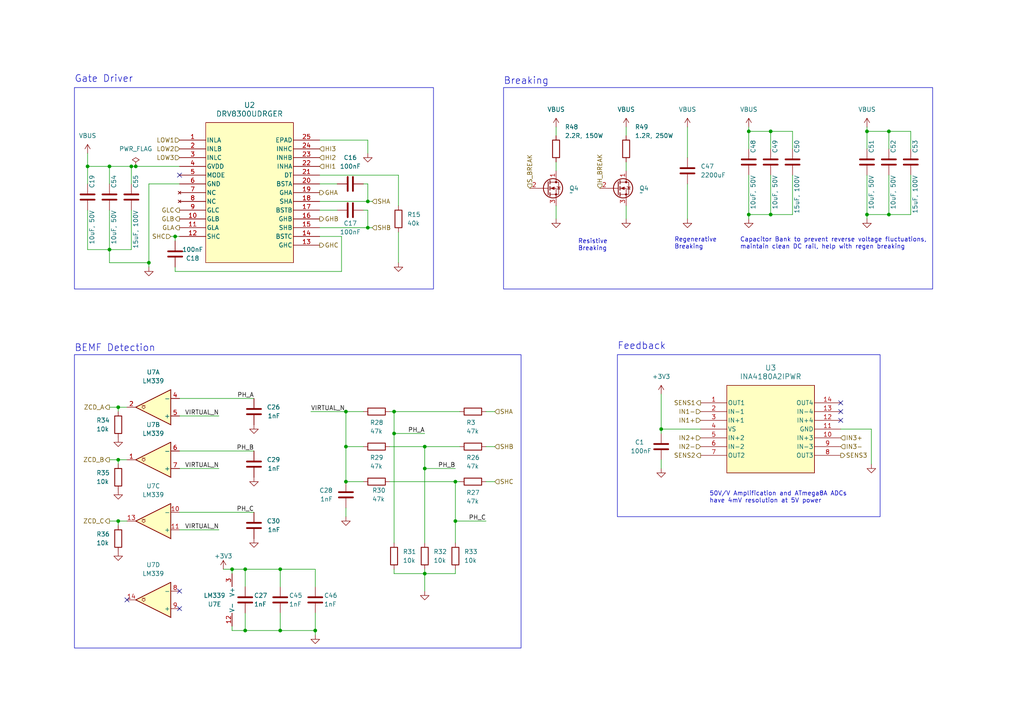
<source format=kicad_sch>
(kicad_sch (version 20230121) (generator eeschema)
  (paper "A4")
  (lib_symbols
    (symbol "Amplifier_Current:INA4180A1IPWR" (pin_names (offset 0.254))
      (property "Reference" "U" (at 20.32 10.16 0))
      (property "Value" "INA4180A1IPWR" (at 20.32 7.62 0))
      (symbol "INA4180A1IPWR_0_1"
        (polyline (pts (xy 7.62 -20.32) (xy 33.02 -20.32)) (stroke (width 0.127)))
        (polyline (pts (xy 7.62 5.08) (xy 7.62 -20.32)) (stroke (width 0.127)))
        (polyline (pts (xy 33.02 -20.32) (xy 33.02 5.08)) (stroke (width 0.127)))
        (polyline (pts (xy 33.02 5.08) (xy 7.62 5.08)) (stroke (width 0.127)))
        (pin output line (at 0 0 0) (length 7.62) (name "OUT1") (number "1"))
        (pin input line (at 40.64 -10.16 180) (length 7.62) (name "IN+3") (number "10"))
        (pin power_in line (at 40.64 -7.62 180) (length 7.62) (name "GND") (number "11"))
        (pin input line (at 40.64 -5.08 180) (length 7.62) (name "IN+4") (number "12"))
        (pin input line (at 40.64 -2.54 180) (length 7.62) (name "IN-4") (number "13"))
        (pin output line (at 40.64 0 180) (length 7.62) (name "OUT4") (number "14"))
        (pin input line (at 0 -2.54 0) (length 7.62) (name "IN-1") (number "2"))
        (pin input line (at 0 -5.08 0) (length 7.62) (name "IN+1") (number "3"))
        (pin power_in line (at 0 -7.62 0) (length 7.62) (name "VS") (number "4"))
        (pin input line (at 0 -10.16 0) (length 7.62) (name "IN+2") (number "5"))
        (pin input line (at 0 -12.7 0) (length 7.62) (name "IN-2") (number "6"))
        (pin output line (at 0 -15.24 0) (length 7.62) (name "OUT2") (number "7"))
        (pin output line (at 40.64 -15.24 180) (length 7.62) (name "OUT3") (number "8"))
        (pin input line (at 40.64 -12.7 180) (length 7.62) (name "IN-3") (number "9"))
      )
      (symbol "INA4180A1IPWR_1_1"
        (rectangle (start 7.62 5.08) (end 33.02 -20.32) (fill (type background)))
      )
    )
    (symbol "Comparator:LM339" (pin_names (offset 0.127))
      (property "Reference" "U" (at 0 5.08 0))
      (property "Value" "LM339" (at 0 -5.08 0))
      (symbol "LM339_1_1"
        (polyline (pts (xy -5.08 5.08) (xy 5.08 0) (xy -5.08 -5.08) (xy -5.08 5.08)) (stroke (width 0.254)) (fill (type background)))
        (polyline (pts (xy 3.302 -0.508) (xy 2.794 -0.508) (xy 3.302 0) (xy 2.794 0.508) (xy 2.286 0) (xy 2.794 -0.508) (xy 2.286 -0.508)) (stroke (width 0.127)))
        (pin open_collector line (at 7.62 0 180) (length 2.54) (name "~") (number "2"))
        (pin input line (at -7.62 -2.54 0) (length 2.54) (name "-") (number "4"))
        (pin input line (at -7.62 2.54 0) (length 2.54) (name "+") (number "5"))
      )
      (symbol "LM339_2_1"
        (polyline (pts (xy -5.08 5.08) (xy 5.08 0) (xy -5.08 -5.08) (xy -5.08 5.08)) (stroke (width 0.254)) (fill (type background)))
        (polyline (pts (xy 3.302 -0.508) (xy 2.794 -0.508) (xy 3.302 0) (xy 2.794 0.508) (xy 2.286 0) (xy 2.794 -0.508) (xy 2.286 -0.508)) (stroke (width 0.127)))
        (pin open_collector line (at 7.62 0 180) (length 2.54) (name "~") (number "1"))
        (pin input line (at -7.62 -2.54 0) (length 2.54) (name "-") (number "6"))
        (pin input line (at -7.62 2.54 0) (length 2.54) (name "+") (number "7"))
      )
      (symbol "LM339_3_1"
        (polyline (pts (xy -5.08 5.08) (xy 5.08 0) (xy -5.08 -5.08) (xy -5.08 5.08)) (stroke (width 0.254)) (fill (type background)))
        (polyline (pts (xy 3.302 -0.508) (xy 2.794 -0.508) (xy 3.302 0) (xy 2.794 0.508) (xy 2.286 0) (xy 2.794 -0.508) (xy 2.286 -0.508)) (stroke (width 0.127)))
        (pin input line (at -7.62 -2.54 0) (length 2.54) (name "-") (number "10"))
        (pin input line (at -7.62 2.54 0) (length 2.54) (name "+") (number "11"))
        (pin open_collector line (at 7.62 0 180) (length 2.54) (name "~") (number "13"))
      )
      (symbol "LM339_4_1"
        (polyline (pts (xy -5.08 5.08) (xy 5.08 0) (xy -5.08 -5.08) (xy -5.08 5.08)) (stroke (width 0.254)) (fill (type background)))
        (polyline (pts (xy 3.302 -0.508) (xy 2.794 -0.508) (xy 3.302 0) (xy 2.794 0.508) (xy 2.286 0) (xy 2.794 -0.508) (xy 2.286 -0.508)) (stroke (width 0.127)))
        (pin open_collector line (at 7.62 0 180) (length 2.54) (name "~") (number "14"))
        (pin input line (at -7.62 -2.54 0) (length 2.54) (name "-") (number "8"))
        (pin input line (at -7.62 2.54 0) (length 2.54) (name "+") (number "9"))
      )
      (symbol "LM339_5_1"
        (pin power_in line (at -2.54 -7.62 90) (length 3.81) (name "V-") (number "12"))
        (pin power_in line (at -2.54 7.62 270) (length 3.81) (name "V+") (number "3"))
      )
    )
    (symbol "Device:C" (pin_numbers hide) (pin_names (offset 0.254))
      (property "Reference" "C" (at 0.635 2.54 0))
      (property "Value" "C" (at 0.635 -2.54 0))
      (symbol "C_0_1"
        (polyline (pts (xy -2.032 -0.762) (xy 2.032 -0.762)) (stroke (width 0.508)))
        (polyline (pts (xy -2.032 0.762) (xy 2.032 0.762)) (stroke (width 0.508)))
      )
      (symbol "C_1_1"
        (pin passive line (at 0 3.81 270) (length 2.794) (name "~") (number "1"))
        (pin passive line (at 0 -3.81 90) (length 2.794) (name "~") (number "2"))
      )
    )
    (symbol "Device:Q_NMOS_DGS" (pin_names (offset 0) hide)
      (property "Reference" "Q" (at 5.08 1.27 0))
      (property "Value" "Q_NMOS_DGS" (at 5.08 -1.27 0))
      (symbol "Q_NMOS_DGS_0_1"
        (polyline (pts (xy 0.254 0) (xy -2.54 0)))
        (polyline (pts (xy 0.254 1.905) (xy 0.254 -1.905)) (stroke (width 0.254)))
        (polyline (pts (xy 0.762 -1.27) (xy 0.762 -2.286)) (stroke (width 0.254)))
        (polyline (pts (xy 0.762 0.508) (xy 0.762 -0.508)) (stroke (width 0.254)))
        (polyline (pts (xy 0.762 2.286) (xy 0.762 1.27)) (stroke (width 0.254)))
        (polyline (pts (xy 2.54 2.54) (xy 2.54 1.778)))
        (polyline (pts (xy 2.54 -2.54) (xy 2.54 0) (xy 0.762 0)))
        (polyline (pts (xy 0.762 -1.778) (xy 3.302 -1.778) (xy 3.302 1.778) (xy 0.762 1.778)))
        (polyline (pts (xy 1.016 0) (xy 2.032 0.381) (xy 2.032 -0.381) (xy 1.016 0)) (fill (type outline)))
        (polyline (pts (xy 2.794 0.508) (xy 2.921 0.381) (xy 3.683 0.381) (xy 3.81 0.254)))
        (polyline (pts (xy 3.302 0.381) (xy 2.921 -0.254) (xy 3.683 -0.254) (xy 3.302 0.381)))
        (circle (center 1.651 0) (radius 2.794) (stroke (width 0.254)))
        (circle (center 2.54 -1.778) (radius 0.254) (fill (type outline)))
        (circle (center 2.54 1.778) (radius 0.254) (fill (type outline)))
      )
      (symbol "Q_NMOS_DGS_1_1"
        (pin passive line (at 2.54 5.08 270) (length 2.54) (name "D") (number "1"))
        (pin input line (at -5.08 0 0) (length 2.54) (name "G") (number "2"))
        (pin passive line (at 2.54 -5.08 90) (length 2.54) (name "S") (number "3"))
      )
    )
    (symbol "Device:R" (pin_numbers hide) (pin_names (offset 0))
      (property "Reference" "R" (at 2.032 0 90))
      (property "Value" "R" (at 0 0 90))
      (symbol "R_0_1"
        (rectangle (start -1.016 -2.54) (end 1.016 2.54) (stroke (width 0.254)))
      )
      (symbol "R_1_1"
        (pin passive line (at 0 3.81 270) (length 1.27) (name "~") (number "1"))
        (pin passive line (at 0 -3.81 90) (length 1.27) (name "~") (number "2"))
      )
    )
    (symbol "Driver_Motor:DRV8300UDRGER" (pin_names (offset 0.254))
      (property "Reference" "U" (at 20.32 10.16 0))
      (property "Value" "DRV8300UDRGER" (at 20.32 7.62 0))
      (symbol "DRV8300UDRGER_0_1"
        (polyline (pts (xy 7.62 -35.56) (xy 33.02 -35.56)) (stroke (width 0.127)))
        (polyline (pts (xy 7.62 5.08) (xy 7.62 -35.56)) (stroke (width 0.127)))
        (polyline (pts (xy 33.02 -35.56) (xy 33.02 5.08)) (stroke (width 0.127)))
        (polyline (pts (xy 33.02 5.08) (xy 7.62 5.08)) (stroke (width 0.127)))
        (pin input line (at 0 0 0) (length 7.62) (name "INLA") (number "1"))
        (pin output line (at 0 -22.86 0) (length 7.62) (name "GLB") (number "10"))
        (pin output line (at 0 -25.4 0) (length 7.62) (name "GLA") (number "11"))
        (pin input line (at 0 -27.94 0) (length 7.62) (name "SHC") (number "12"))
        (pin output line (at 40.64 -30.48 180) (length 7.62) (name "GHC") (number "13"))
        (pin output line (at 40.64 -27.94 180) (length 7.62) (name "BSTC") (number "14"))
        (pin input line (at 40.64 -25.4 180) (length 7.62) (name "SHB") (number "15"))
        (pin output line (at 40.64 -22.86 180) (length 7.62) (name "GHB") (number "16"))
        (pin output line (at 40.64 -20.32 180) (length 7.62) (name "BSTB") (number "17"))
        (pin input line (at 40.64 -17.78 180) (length 7.62) (name "SHA") (number "18"))
        (pin output line (at 40.64 -15.24 180) (length 7.62) (name "GHA") (number "19"))
        (pin input line (at 0 -2.54 0) (length 7.62) (name "INLB") (number "2"))
        (pin output line (at 40.64 -12.7 180) (length 7.62) (name "BSTA") (number "20"))
        (pin input line (at 40.64 -10.16 180) (length 7.62) (name "DT") (number "21"))
        (pin input line (at 40.64 -7.62 180) (length 7.62) (name "INHA") (number "22"))
        (pin input line (at 40.64 -5.08 180) (length 7.62) (name "INHB") (number "23"))
        (pin input line (at 40.64 -2.54 180) (length 7.62) (name "INHC") (number "24"))
        (pin input line (at 0 -5.08 0) (length 7.62) (name "INLC") (number "3"))
        (pin power_in line (at 0 -7.62 0) (length 7.62) (name "GVDD") (number "4"))
        (pin input line (at 0 -10.16 0) (length 7.62) (name "MODE") (number "5"))
        (pin no_connect line (at 0 -15.24 0) (length 7.62) (name "NC") (number "7"))
        (pin no_connect line (at 0 -17.78 0) (length 7.62) (name "NC") (number "8"))
        (pin output line (at 0 -20.32 0) (length 7.62) (name "GLC") (number "9"))
      )
      (symbol "DRV8300UDRGER_1_1"
        (rectangle (start 7.62 5.08) (end 33.02 -35.56) (fill (type background)))
        (pin power_in line (at 40.64 0 180) (length 7.62) (name "EPAD") (number "25"))
        (pin power_in line (at 0 -12.7 0) (length 7.62) (name "GND") (number "6"))
      )
    )
    (symbol "power:+3V3" (power) (pin_names (offset 0))
      (property "Value" "+3V3" (at 0 3.556 0))
      (symbol "+3V3_0_1"
        (polyline (pts (xy -0.762 1.27) (xy 0 2.54)))
        (polyline (pts (xy 0 0) (xy 0 2.54)))
        (polyline (pts (xy 0 2.54) (xy 0.762 1.27)))
      )
      (symbol "+3V3_1_1"
        (pin power_in line (at 0 0 90) (length 0) hide (name "+3V3") (number "1"))
      )
    )
    (symbol "power:GND" (power) (pin_names (offset 0))
      (property "Value" "GND" (at 0 -3.81 0))
      (symbol "GND_0_1"
        (polyline (pts (xy 0 0) (xy 0 -1.27) (xy 1.27 -1.27) (xy 0 -2.54) (xy -1.27 -1.27) (xy 0 -1.27)))
      )
      (symbol "GND_1_1"
        (pin power_in line (at 0 0 270) (length 0) hide (name "GND") (number "1"))
      )
    )
    (symbol "power:PWR_FLAG" (power) (pin_numbers hide) (pin_names (offset 0) hide)
      (property "Value" "PWR_FLAG" (at 0 3.81 0))
      (symbol "PWR_FLAG_0_0"
        (pin power_out line (at 0 0 90) (length 0) (name "pwr") (number "1"))
      )
      (symbol "PWR_FLAG_0_1"
        (polyline (pts (xy 0 0) (xy 0 1.27) (xy -1.016 1.905) (xy 0 2.54) (xy 1.016 1.905) (xy 0 1.27)))
      )
    )
    (symbol "power:VBUS" (power) (pin_names (offset 0))
      (property "Value" "VBUS" (at 0 3.81 0))
      (symbol "VBUS_0_1"
        (polyline (pts (xy -0.762 1.27) (xy 0 2.54)))
        (polyline (pts (xy 0 0) (xy 0 2.54)))
        (polyline (pts (xy 0 2.54) (xy 0.762 1.27)))
      )
      (symbol "VBUS_1_1"
        (pin power_in line (at 0 0 90) (length 0) hide (name "VBUS") (number "1"))
      )
    )
  )
  (junction (at 223.52 38.1))
  (junction (at 251.46 38.1))
  (junction (at 114.3 119.38))
  (junction (at 31.75 48.26))
  (junction (at 257.81 38.1))
  (junction (at 38.1 48.26))
  (junction (at 217.17 62.23))
  (junction (at 91.44 182.88))
  (junction (at 223.52 62.23))
  (junction (at 34.29 133.35))
  (junction (at 100.33 139.7))
  (junction (at 251.46 62.23))
  (junction (at 50.8 68.58))
  (junction (at 34.29 151.13))
  (junction (at 191.77 124.46))
  (junction (at 106.68 58.42))
  (junction (at 25.4 48.26))
  (junction (at 217.17 38.1))
  (junction (at 123.19 166.37))
  (junction (at 132.08 139.7))
  (junction (at 39.37 48.26))
  (junction (at 31.75 72.39))
  (junction (at 71.12 165.1))
  (junction (at 81.28 182.88))
  (junction (at 123.19 129.54))
  (junction (at 106.68 66.04))
  (junction (at 100.33 129.54))
  (junction (at 81.28 165.1))
  (junction (at 67.31 165.1))
  (junction (at 100.33 119.38))
  (junction (at 132.08 151.13))
  (junction (at 257.81 62.23))
  (junction (at 71.12 182.88))
  (junction (at 114.3 125.73))
  (junction (at 43.18 76.2))
  (junction (at 34.29 118.11))
  (junction (at 123.19 135.89))
  (no_connect (at 52.07 50.8))
  (no_connect (at 52.07 171.45))
  (no_connect (at 36.83 173.99))
  (no_connect (at 52.07 176.53))
  (no_connect (at 243.84 116.84))
  (no_connect (at 243.84 119.38))
  (no_connect (at 243.84 121.92))
  (wire (pts (xy 199.39 53.34) (xy 199.39 63.5)))
  (wire (pts (xy 73.66 130.81) (xy 52.07 130.81)))
  (wire (pts (xy 113.03 129.54) (xy 123.19 129.54)))
  (wire (pts (xy 38.1 48.26) (xy 39.37 48.26)))
  (wire (pts (xy 217.17 62.23) (xy 217.17 63.5)))
  (wire (pts (xy 114.3 157.48) (xy 114.3 125.73)))
  (wire (pts (xy 52.07 115.57) (xy 73.66 115.57)))
  (wire (pts (xy 31.75 53.34) (xy 31.75 48.26)))
  (wire (pts (xy 34.29 152.4) (xy 34.29 151.13)))
  (wire (pts (xy 161.29 39.37) (xy 161.29 36.83)))
  (wire (pts (xy 132.08 139.7) (xy 132.08 151.13)))
  (wire (pts (xy 115.57 50.8) (xy 115.57 59.69)))
  (wire (pts (xy 91.44 184.15) (xy 91.44 182.88)))
  (wire (pts (xy 99.06 68.58) (xy 99.06 78.74)))
  (wire (pts (xy 264.16 62.23) (xy 257.81 62.23)))
  (wire (pts (xy 191.77 114.3) (xy 191.77 124.46)))
  (wire (pts (xy 161.29 49.53) (xy 161.29 46.99)))
  (wire (pts (xy 123.19 129.54) (xy 133.35 129.54)))
  (wire (pts (xy 71.12 165.1) (xy 81.28 165.1)))
  (wire (pts (xy 229.87 50.8) (xy 229.87 62.23)))
  (wire (pts (xy 223.52 62.23) (xy 217.17 62.23)))
  (wire (pts (xy 31.75 72.39) (xy 31.75 76.2)))
  (wire (pts (xy 71.12 165.1) (xy 67.31 165.1)))
  (wire (pts (xy 50.8 68.58) (xy 52.07 68.58)))
  (wire (pts (xy 92.71 58.42) (xy 106.68 58.42)))
  (wire (pts (xy 257.81 38.1) (xy 251.46 38.1)))
  (wire (pts (xy 257.81 50.8) (xy 257.81 62.23)))
  (wire (pts (xy 114.3 119.38) (xy 133.35 119.38)))
  (wire (pts (xy 91.44 165.1) (xy 81.28 165.1)))
  (wire (pts (xy 71.12 182.88) (xy 67.31 182.88)))
  (wire (pts (xy 81.28 170.18) (xy 81.28 165.1)))
  (wire (pts (xy 91.44 170.18) (xy 91.44 165.1)))
  (wire (pts (xy 252.73 134.62) (xy 252.73 124.46)))
  (wire (pts (xy 199.39 36.83) (xy 199.39 45.72)))
  (wire (pts (xy 52.07 153.67) (xy 63.5 153.67)))
  (wire (pts (xy 217.17 36.83) (xy 217.17 38.1)))
  (wire (pts (xy 229.87 43.18) (xy 229.87 38.1)))
  (wire (pts (xy 49.53 68.58) (xy 50.8 68.58)))
  (wire (pts (xy 257.81 43.18) (xy 257.81 38.1)))
  (wire (pts (xy 38.1 72.39) (xy 31.75 72.39)))
  (wire (pts (xy 114.3 119.38) (xy 113.03 119.38)))
  (wire (pts (xy 31.75 151.13) (xy 34.29 151.13)))
  (wire (pts (xy 67.31 182.88) (xy 67.31 181.61)))
  (wire (pts (xy 31.75 72.39) (xy 25.4 72.39)))
  (wire (pts (xy 115.57 67.31) (xy 115.57 76.2)))
  (wire (pts (xy 31.75 48.26) (xy 38.1 48.26)))
  (wire (pts (xy 92.71 53.34) (xy 97.79 53.34)))
  (wire (pts (xy 105.41 60.96) (xy 106.68 60.96)))
  (wire (pts (xy 25.4 48.26) (xy 25.4 53.34)))
  (wire (pts (xy 64.77 165.1) (xy 67.31 165.1)))
  (wire (pts (xy 43.18 76.2) (xy 43.18 77.47)))
  (wire (pts (xy 143.51 139.7) (xy 140.97 139.7)))
  (wire (pts (xy 100.33 129.54) (xy 105.41 129.54)))
  (wire (pts (xy 229.87 62.23) (xy 223.52 62.23)))
  (wire (pts (xy 34.29 119.38) (xy 34.29 118.11)))
  (wire (pts (xy 92.71 60.96) (xy 97.79 60.96)))
  (wire (pts (xy 106.68 40.64) (xy 92.71 40.64)))
  (wire (pts (xy 264.16 43.18) (xy 264.16 38.1)))
  (wire (pts (xy 217.17 38.1) (xy 217.17 43.18)))
  (wire (pts (xy 50.8 78.74) (xy 99.06 78.74)))
  (wire (pts (xy 100.33 147.32) (xy 100.33 149.86)))
  (wire (pts (xy 181.61 49.53) (xy 181.61 46.99)))
  (wire (pts (xy 223.52 38.1) (xy 217.17 38.1)))
  (wire (pts (xy 106.68 60.96) (xy 106.68 66.04)))
  (wire (pts (xy 67.31 165.1) (xy 67.31 166.37)))
  (wire (pts (xy 71.12 182.88) (xy 71.12 177.8)))
  (wire (pts (xy 251.46 62.23) (xy 251.46 63.5)))
  (wire (pts (xy 100.33 129.54) (xy 100.33 139.7)))
  (wire (pts (xy 217.17 50.8) (xy 217.17 62.23)))
  (wire (pts (xy 73.66 148.59) (xy 52.07 148.59)))
  (wire (pts (xy 143.51 119.38) (xy 140.97 119.38)))
  (wire (pts (xy 264.16 50.8) (xy 264.16 62.23)))
  (wire (pts (xy 38.1 60.96) (xy 38.1 72.39)))
  (wire (pts (xy 106.68 53.34) (xy 105.41 53.34)))
  (wire (pts (xy 38.1 53.34) (xy 38.1 48.26)))
  (wire (pts (xy 114.3 166.37) (xy 123.19 166.37)))
  (wire (pts (xy 123.19 129.54) (xy 123.19 135.89)))
  (wire (pts (xy 106.68 44.45) (xy 106.68 40.64)))
  (wire (pts (xy 140.97 151.13) (xy 132.08 151.13)))
  (wire (pts (xy 43.18 53.34) (xy 52.07 53.34)))
  (wire (pts (xy 143.51 129.54) (xy 140.97 129.54)))
  (wire (pts (xy 31.75 60.96) (xy 31.75 72.39)))
  (wire (pts (xy 132.08 157.48) (xy 132.08 151.13)))
  (wire (pts (xy 114.3 125.73) (xy 114.3 119.38)))
  (wire (pts (xy 191.77 133.35) (xy 191.77 135.89)))
  (wire (pts (xy 223.52 43.18) (xy 223.52 38.1)))
  (wire (pts (xy 123.19 125.73) (xy 114.3 125.73)))
  (wire (pts (xy 81.28 177.8) (xy 81.28 182.88)))
  (wire (pts (xy 100.33 139.7) (xy 105.41 139.7)))
  (wire (pts (xy 161.29 63.5) (xy 161.29 59.69)))
  (wire (pts (xy 34.29 134.62) (xy 34.29 133.35)))
  (wire (pts (xy 123.19 135.89) (xy 123.19 157.48)))
  (wire (pts (xy 25.4 60.96) (xy 25.4 72.39)))
  (wire (pts (xy 132.08 135.89) (xy 123.19 135.89)))
  (wire (pts (xy 91.44 177.8) (xy 91.44 182.88)))
  (wire (pts (xy 31.75 118.11) (xy 34.29 118.11)))
  (wire (pts (xy 251.46 38.1) (xy 251.46 43.18)))
  (wire (pts (xy 39.37 48.26) (xy 52.07 48.26)))
  (wire (pts (xy 105.41 119.38) (xy 100.33 119.38)))
  (wire (pts (xy 107.95 66.04) (xy 106.68 66.04)))
  (wire (pts (xy 181.61 39.37) (xy 181.61 36.83)))
  (wire (pts (xy 31.75 133.35) (xy 34.29 133.35)))
  (wire (pts (xy 34.29 133.35) (xy 36.83 133.35)))
  (wire (pts (xy 132.08 166.37) (xy 132.08 165.1)))
  (wire (pts (xy 113.03 139.7) (xy 132.08 139.7)))
  (wire (pts (xy 114.3 166.37) (xy 114.3 165.1)))
  (wire (pts (xy 251.46 50.8) (xy 251.46 62.23)))
  (wire (pts (xy 106.68 53.34) (xy 106.68 58.42)))
  (wire (pts (xy 257.81 62.23) (xy 251.46 62.23)))
  (wire (pts (xy 251.46 36.83) (xy 251.46 38.1)))
  (wire (pts (xy 191.77 124.46) (xy 191.77 125.73)))
  (wire (pts (xy 31.75 48.26) (xy 25.4 48.26)))
  (wire (pts (xy 100.33 119.38) (xy 100.33 129.54)))
  (wire (pts (xy 71.12 170.18) (xy 71.12 165.1)))
  (wire (pts (xy 43.18 53.34) (xy 43.18 76.2)))
  (wire (pts (xy 34.29 118.11) (xy 36.83 118.11)))
  (wire (pts (xy 132.08 139.7) (xy 133.35 139.7)))
  (wire (pts (xy 181.61 63.5) (xy 181.61 59.69)))
  (wire (pts (xy 123.19 166.37) (xy 132.08 166.37)))
  (wire (pts (xy 92.71 68.58) (xy 99.06 68.58)))
  (wire (pts (xy 107.95 58.42) (xy 106.68 58.42)))
  (wire (pts (xy 52.07 135.89) (xy 63.5 135.89)))
  (wire (pts (xy 264.16 38.1) (xy 257.81 38.1)))
  (wire (pts (xy 229.87 38.1) (xy 223.52 38.1)))
  (wire (pts (xy 191.77 124.46) (xy 203.2 124.46)))
  (wire (pts (xy 90.17 119.38) (xy 100.33 119.38)))
  (wire (pts (xy 106.68 66.04) (xy 92.71 66.04)))
  (wire (pts (xy 31.75 76.2) (xy 43.18 76.2)))
  (wire (pts (xy 34.29 151.13) (xy 36.83 151.13)))
  (wire (pts (xy 223.52 50.8) (xy 223.52 62.23)))
  (wire (pts (xy 50.8 78.74) (xy 50.8 77.47)))
  (wire (pts (xy 123.19 171.45) (xy 123.19 166.37)))
  (wire (pts (xy 81.28 182.88) (xy 71.12 182.88)))
  (wire (pts (xy 91.44 182.88) (xy 81.28 182.88)))
  (wire (pts (xy 243.84 124.46) (xy 252.73 124.46)))
  (wire (pts (xy 25.4 44.45) (xy 25.4 48.26)))
  (wire (pts (xy 92.71 50.8) (xy 115.57 50.8)))
  (wire (pts (xy 50.8 68.58) (xy 50.8 69.85)))
  (wire (pts (xy 52.07 120.65) (xy 63.5 120.65)))
  (wire (pts (xy 123.19 165.1) (xy 123.19 166.37)))
  (rectangle (start 179.07 102.87) (end 255.27 149.86))
  (rectangle (start 21.59 25.4) (end 125.73 83.82))
  (rectangle (start 146.05 25.4) (end 270.51 83.82))
  (rectangle (start 21.59 102.87) (end 151.13 187.96))
  (text "Feedback\n" (at 179.07 101.6 0) (effects (font (size 2 2)) (justify left bottom)))
  (text "Gate Driver\n" (at 21.59 24.13 0) (effects (font (size 2 2)) (justify left bottom)))
  (text "Regenerative\nBreaking\n" (at 195.58 72.39 0) (effects (font (size 1.27 1.27)) (justify left bottom)))
  (text "Capacitor Bank to prevent reverse voltage fluctuations, \nmaintain clean DC rail, help with regen breaking" (at 214.63 72.39 0) (effects (font (size 1.27 1.27)) (justify left bottom)))
  (text "Resistive\nBreaking\n\n" (at 167.64 74.93 0) (effects (font (size 1.27 1.27)) (justify left bottom)))
  (text "50V/V Amplification and ATmega8A ADCs \nhave 4mV resolution at 5V power" (at 205.74 146.05 0) (effects (font (size 1.27 1.27)) (justify left bottom)))
  (text "Breaking\n\n" (at 146.05 27.94 0) (effects (font (size 2 2)) (justify left bottom)))
  (text "BEMF Detection\n\n" (at 21.59 105.41 0) (effects (font (size 2 2)) (justify left bottom)))
  (label "PH_B" (at 73.66 130.81 180))
  (label "VIRTUAL_N" (at 63.5 120.65 180))
  (label "VIRTUAL_N" (at 90.17 119.38 0))
  (label "VIRTUAL_N" (at 63.5 135.89 180))
  (label "PH_C" (at 140.97 151.13 180))
  (label "PH_C" (at 73.66 148.59 180))
  (label "PH_A" (at 123.19 125.73 180))
  (label "PH_A" (at 73.66 115.57 180))
  (label "VIRTUAL_N" (at 63.5 153.67 180))
  (label "PH_B" (at 132.08 135.89 180))
  (hierarchical_label "HI3" (shape input) (at 92.71 43.18 0))
  (hierarchical_label "S_BREAK" (shape input) (at 153.67 54.61 90))
  (hierarchical_label "GHC" (shape output) (at 92.71 71.12 0))
  (hierarchical_label "SHA" (shape input) (at 143.51 119.38 0))
  (hierarchical_label "IN2+" (shape input) (at 203.2 127 180))
  (hierarchical_label "SENS1" (shape output) (at 203.2 116.84 180))
  (hierarchical_label "GLC" (shape output) (at 52.07 60.96 180))
  (hierarchical_label "HI1" (shape input) (at 92.71 48.26 0))
  (hierarchical_label "GLA" (shape output) (at 52.07 66.04 180))
  (hierarchical_label "ZCD_B" (shape output) (at 31.75 133.35 180))
  (hierarchical_label "SHC" (shape input) (at 49.53 68.58 180))
  (hierarchical_label "IN1-" (shape input) (at 203.2 119.38 180))
  (hierarchical_label "HI2" (shape input) (at 92.71 45.72 0))
  (hierarchical_label "SENS3" (shape output) (at 243.84 132.08 0))
  (hierarchical_label "SHC" (shape input) (at 143.51 139.7 0))
  (hierarchical_label "IN1+" (shape input) (at 203.2 121.92 180))
  (hierarchical_label "LOW3" (shape input) (at 52.07 45.72 180))
  (hierarchical_label "LOW2" (shape input) (at 52.07 43.18 180))
  (hierarchical_label "H_BREAK" (shape input) (at 173.99 54.61 90))
  (hierarchical_label "GHA" (shape output) (at 92.71 55.88 0))
  (hierarchical_label "IN3-" (shape input) (at 243.84 129.54 0))
  (hierarchical_label "GHB" (shape output) (at 92.71 63.5 0))
  (hierarchical_label "SHA" (shape input) (at 107.95 58.42 0))
  (hierarchical_label "SHB" (shape input) (at 143.51 129.54 0))
  (hierarchical_label "SENS2" (shape output) (at 203.2 132.08 180))
  (hierarchical_label "ZCD_A" (shape output) (at 31.75 118.11 180))
  (hierarchical_label "IN3+" (shape input) (at 243.84 127 0))
  (hierarchical_label "IN2-" (shape input) (at 203.2 129.54 180))
  (hierarchical_label "GLB" (shape output) (at 52.07 63.5 180))
  (hierarchical_label "ZCD_C" (shape output) (at 31.75 151.13 180))
  (hierarchical_label "SHB" (shape input) (at 107.95 66.04 0))
  (hierarchical_label "LOW1" (shape input) (at 52.07 40.64 180))
  (symbol (lib_id "power:GND") (at 199.39 63.5 0) (unit 1)
    (property "Reference" "#PWR07" (effects hide))
    (property "Value" "GND" (effects hide))
    (instances (project "BLDC_ESC" (path "" (reference "#PWR07") (unit 1)) (path "" (reference "#PWR068") (unit 1))))
  )
  (symbol (lib_id "power:GND") (at 100.33 149.86 0) (unit 1)
    (property "Reference" "#PWR07" (effects hide))
    (property "Value" "GND" (effects hide))
    (instances (project "BLDC_ESC" (path "" (reference "#PWR07") (unit 1)) (path "" (reference "#PWR050") (unit 1))))
  )
  (symbol (lib_id "Device:Q_NMOS_DGS") (at 179.07 54.61 0) (unit 1)
    (property "Reference" "Q4" (at 185.42 54.61 0) (effects (justify left)))
    (property "Value" "~" (at 185.42 55.88 0) (effects (justify left)))
    (instances (project "BLDC_ESC" (path "" (reference "Q4") (unit 1)) (path "" (reference "Q4") (unit 1)) (path "" (reference "Q9") (unit 1))))
  )
  (symbol (lib_id "Device:R") (at 115.57 63.5 0) (unit 1)
    (property "Reference" "R15" (at 118.11 62.23 0) (effects (justify left)))
    (property "Value" "40k" (at 118.11 64.77 0) (effects (justify left)))
  )
  (symbol (lib_id "power:GND") (at 123.19 171.45 0) (unit 1)
    (property "Reference" "#PWR07" (effects hide))
    (property "Value" "GND" (effects hide))
  )
  (symbol (lib_id "Device:C") (at 38.1 57.15 0) (unit 1)
    (property "Reference" "C55" (at 39.37 54.61 90) (effects (justify left)))
    (property "Value" "15uF, 100V" (at 39.37 60.96 90) (effects (justify right)))
  )
  (symbol (lib_id "Device:R") (at 109.22 139.7 270) (unit 1)
    (property "Reference" "R30" (at 107.95 142.24 90) (effects (justify left)))
    (property "Value" "47k" (at 107.95 144.78 90) (effects (justify left)))
  )
  (symbol (lib_id "Device:C") (at 101.6 60.96 90) (unit 1)
    (property "Reference" "C17" (at 101.6 64.77 90))
    (property "Value" "100nF" (at 101.6 67.31 90))
  )
  (symbol (lib_id "Comparator:LM339") (at 44.45 133.35 180) (unit 2)
    (property "Reference" "U7" (at 44.45 123.19 0))
    (property "Value" "LM339" (at 44.45 125.73 0))
    (property "Datasheet" "https://www.st.com/resource/en/datasheet/lm139.pdf" (effects hide))
  )
  (symbol (lib_id "power:GND") (at 34.29 142.24 0) (unit 1)
    (property "Reference" "#PWR07" (effects hide))
    (property "Value" "GND" (effects hide))
    (instances (project "BLDC_ESC" (path "" (reference "#PWR07") (unit 1)) (path "" (reference "#PWR052") (unit 1))))
  )
  (symbol (lib_id "Device:C") (at 223.52 46.99 0) (unit 1)
    (property "Reference" "C49" (at 224.79 44.45 90) (effects (justify left)))
    (property "Value" "10uF, 50V" (at 224.79 50.8 90) (effects (justify right)))
  )
  (symbol (lib_id "Device:R") (at 34.29 138.43 0) (unit 1)
    (property "Reference" "R35" (at 27.94 137.16 0) (effects (justify left)))
    (property "Value" "10k" (at 27.94 139.7 0) (effects (justify left)))
  )
  (symbol (lib_id "Device:C") (at 73.66 134.62 0) (mirror y) (unit 1)
    (property "Reference" "C29" (at 81.28 133.35 0) (effects (justify left)))
    (property "Value" "1nF" (at 81.28 135.89 0) (effects (justify left)))
  )
  (symbol (lib_id "Device:C") (at 191.77 129.54 0) (unit 1)
    (property "Reference" "C1" (at 184.15 128.27 0) (effects (justify left)))
    (property "Value" "100nF" (at 182.88 130.81 0) (effects (justify left)))
  )
  (symbol (lib_id "Comparator:LM339") (at 69.85 173.99 0) (unit 5)
    (property "Reference" "U7" (at 62.23 175.26 0))
    (property "Value" "LM339" (at 62.23 172.72 0))
    (property "Datasheet" "https://www.st.com/resource/en/datasheet/lm139.pdf" (effects hide))
  )
  (symbol (lib_id "Device:R") (at 34.29 156.21 0) (unit 1)
    (property "Reference" "R36" (at 27.94 154.94 0) (effects (justify left)))
    (property "Value" "10k" (at 27.94 157.48 0) (effects (justify left)))
  )
  (symbol (lib_id "power:GND") (at 73.66 123.19 0) (unit 1)
    (property "Reference" "#PWR07" (effects hide))
    (property "Value" "GND" (effects hide))
    (instances (project "BLDC_ESC" (path "" (reference "#PWR07") (unit 1)) (path "" (reference "#PWR054") (unit 1))))
  )
  (symbol (lib_id "power:GND") (at 43.18 77.47 0) (unit 1)
    (property "Reference" "#PWR07" (effects hide))
    (property "Value" "GND" (effects hide))
    (instances (project "BLDC_ESC" (path "" (reference "#PWR07") (unit 1)) (path "" (reference "#PWR018") (unit 1))))
  )
  (symbol (lib_id "power:+3V3") (at 191.77 114.3 0) (unit 1)
    (property "Reference" "#PWR04" (effects hide))
    (property "Value" "+3V3" (at 191.77 109.22 0))
    (instances (project "BLDC_ESC" (path "" (reference "#PWR04") (unit 1)) (path "" (reference "#PWR03") (unit 1))))
  )
  (symbol (lib_id "power:GND") (at 161.29 63.5 0) (unit 1)
    (property "Reference" "#PWR07" (effects hide))
    (property "Value" "GND" (effects hide))
    (instances (project "BLDC_ESC" (path "" (reference "#PWR07") (unit 1)) (path "" (reference "#PWR066") (unit 1))))
  )
  (symbol (lib_id "power:GND") (at 181.61 63.5 0) (unit 1)
    (property "Reference" "#PWR07" (effects hide))
    (property "Value" "GND" (effects hide))
    (instances (project "BLDC_ESC" (path "" (reference "#PWR07") (unit 1)) (path "" (reference "#PWR074") (unit 1))))
  )
  (symbol (lib_id "power:GND") (at 34.29 127 0) (unit 1)
    (property "Reference" "#PWR07" (effects hide))
    (property "Value" "GND" (effects hide))
    (instances (project "BLDC_ESC" (path "" (reference "#PWR07") (unit 1)) (path "" (reference "#PWR049") (unit 1))))
  )
  (symbol (lib_id "Device:R") (at 137.16 119.38 270) (unit 1)
    (property "Reference" "R3" (at 135.255 122.555 90) (effects (justify left)))
    (property "Value" "47k" (at 135.255 125.095 90) (effects (justify left)))
  )
  (symbol (lib_id "Device:Q_NMOS_DGS") (at 158.75 54.61 0) (unit 1)
    (property "Reference" "Q4" (at 165.1 54.61 0) (effects (justify left)))
    (property "Value" "~" (at 165.1 55.88 0) (effects (justify left)))
    (instances (project "BLDC_ESC" (path "" (reference "Q4") (unit 1)) (path "" (reference "Q4") (unit 1)) (path "" (reference "Q8") (unit 1))))
  )
  (symbol (lib_id "Device:C") (at 101.6 53.34 90) (unit 1)
    (property "Reference" "C16" (at 101.6 45.72 90))
    (property "Value" "100nF" (at 101.6 48.26 90))
  )
  (symbol (lib_id "Device:R") (at 181.61 43.18 0) (unit 1)
    (property "Reference" "R49" (at 184.15 36.83 0) (effects (justify left)))
    (property "Value" "1.2R, 250W" (at 184.15 39.37 0) (effects (justify left)))
  )
  (symbol (lib_id "Device:C") (at 73.66 119.38 0) (mirror y) (unit 1)
    (property "Reference" "C26" (at 81.28 118.11 0) (effects (justify left)))
    (property "Value" "1nF" (at 81.28 120.65 0) (effects (justify left)))
  )
  (symbol (lib_id "power:GND") (at 217.17 63.5 0) (unit 1)
    (property "Reference" "#PWR07" (effects hide))
    (property "Value" "GND" (effects hide))
    (instances (project "BLDC_ESC" (path "" (reference "#PWR07") (unit 1)) (path "" (reference "#PWR070") (unit 1))))
  )
  (symbol (lib_id "Device:R") (at 132.08 161.29 0) (unit 1)
    (property "Reference" "R33" (at 134.62 160.02 0) (effects (justify left)))
    (property "Value" "10k" (at 134.62 162.56 0) (effects (justify left)))
  )
  (symbol (lib_id "Comparator:LM339") (at 44.45 173.99 180) (unit 4)
    (property "Reference" "U7" (at 44.45 163.83 0))
    (property "Value" "LM339" (at 44.45 166.37 0))
    (property "Datasheet" "https://www.st.com/resource/en/datasheet/lm139.pdf" (effects hide))
  )
  (symbol (lib_id "power:GND") (at 115.57 76.2 0) (unit 1)
    (property "Reference" "#PWR07" (effects hide))
    (property "Value" "GND" (effects hide))
    (instances (project "BLDC_ESC" (path "" (reference "#PWR07") (unit 1)) (path "" (reference "#PWR023") (unit 1))))
  )
  (symbol (lib_id "power:GND") (at 34.29 160.02 0) (unit 1)
    (property "Reference" "#PWR07" (effects hide))
    (property "Value" "GND" (effects hide))
    (instances (project "BLDC_ESC" (path "" (reference "#PWR07") (unit 1)) (path "" (reference "#PWR053") (unit 1))))
  )
  (symbol (lib_id "power:VBUS") (at 161.29 36.83 0) (unit 1)
    (property "Reference" "#PWR0125" (effects hide))
    (property "Value" "VBUS" (at 161.29 31.75 0))
    (instances (project "power" (path "" (reference "#PWR0125") (unit 1))) (project "Power" (path "" (reference "#PWR03") (unit 1))) (project "actuation" (path "" (reference "#PWR0125") (unit 1))) (project "Flight_Board" (path "" (reference "#PWR0125") (unit 1))) (project "BLDC_ESC" (path "" (reference "#PWR034") (unit 1)) (path "" (reference "#PWR065") (unit 1))))
  )
  (symbol (lib_id "Device:R") (at 109.22 129.54 270) (unit 1)
    (property "Reference" "R29" (at 107.315 132.715 90) (effects (justify left)))
    (property "Value" "47k" (at 107.315 135.255 90) (effects (justify left)))
  )
  (symbol (lib_id "Device:R") (at 109.22 119.38 270) (unit 1)
    (property "Reference" "R28" (at 107.315 122.555 90) (effects (justify left)))
    (property "Value" "47k" (at 107.315 125.095 90) (effects (justify left)))
  )
  (symbol (lib_id "Device:C") (at 100.33 143.51 0) (mirror y) (unit 1)
    (property "Reference" "C28" (at 96.52 142.24 0) (effects (justify left)))
    (property "Value" "1nF" (at 96.52 144.78 0) (effects (justify left)))
  )
  (symbol (lib_id "Device:R") (at 137.16 139.7 270) (unit 1)
    (property "Reference" "R27" (at 135.255 142.875 90) (effects (justify left)))
    (property "Value" "47k" (at 135.255 145.415 90) (effects (justify left)))
  )
  (symbol (lib_id "Device:C") (at 257.81 46.99 0) (unit 1)
    (property "Reference" "C52" (at 259.08 44.45 90) (effects (justify left)))
    (property "Value" "10uF, 50V" (at 259.08 50.8 90) (effects (justify right)))
  )
  (symbol (lib_id "power:GND") (at 252.73 134.62 0) (unit 1)
    (property "Reference" "#PWR03" (effects hide))
    (property "Value" "GND" (effects hide))
    (instances (project "BLDC_ESC" (path "" (reference "#PWR03") (unit 1)) (path "" (reference "#PWR05") (unit 1))))
  )
  (symbol (lib_id "Device:R") (at 114.3 161.29 0) (unit 1)
    (property "Reference" "R31" (at 116.84 160.02 0) (effects (justify left)))
    (property "Value" "10k" (at 116.84 162.56 0) (effects (justify left)))
  )
  (symbol (lib_id "power:VBUS") (at 251.46 36.83 0) (unit 1)
    (property "Reference" "#PWR0125" (effects hide))
    (property "Value" "VBUS" (at 251.46 31.75 0))
    (instances (project "power" (path "" (reference "#PWR0125") (unit 1))) (project "Power" (path "" (reference "#PWR03") (unit 1))) (project "actuation" (path "" (reference "#PWR0125") (unit 1))) (project "Flight_Board" (path "" (reference "#PWR0125") (unit 1))) (project "BLDC_ESC" (path "" (reference "#PWR034") (unit 1)) (path "" (reference "#PWR071") (unit 1))))
  )
  (symbol (lib_id "power:PWR_FLAG") (at 39.37 48.26 0) (unit 1)
    (property "Reference" "#FLG03" (effects hide))
    (property "Value" "PWR_FLAG" (at 39.37 43.18 0))
  )
  (symbol (lib_id "Device:C") (at 199.39 49.53 0) (unit 1)
    (property "Reference" "C47" (at 203.2 48.26 0) (effects (justify left)))
    (property "Value" "2200uF " (at 203.2 50.8 0) (effects (justify left)))
  )
  (symbol (lib_id "Comparator:LM339") (at 44.45 151.13 180) (unit 3)
    (property "Reference" "U7" (at 44.45 140.97 0))
    (property "Value" "LM339" (at 44.45 143.51 0))
    (property "Datasheet" "https://www.st.com/resource/en/datasheet/lm139.pdf" (effects hide))
  )
  (symbol (lib_id "power:GND") (at 251.46 63.5 0) (unit 1)
    (property "Reference" "#PWR07" (effects hide))
    (property "Value" "GND" (effects hide))
    (instances (project "BLDC_ESC" (path "" (reference "#PWR07") (unit 1)) (path "" (reference "#PWR072") (unit 1))))
  )
  (symbol (lib_id "Device:C") (at 229.87 46.99 0) (unit 1)
    (property "Reference" "C50" (at 231.14 44.45 90) (effects (justify left)))
    (property "Value" "15uF, 100V" (at 231.14 50.8 90) (effects (justify right)))
  )
  (symbol (lib_id "Driver_Motor:DRV8300UDRGER") (at 52.07 40.64 0) (unit 1)
    (property "Reference" "U2" (at 72.39 30.48 0) (effects (font (size 1.524 1.524))))
    (property "Value" "DRV8300UDRGER" (at 72.39 33.02 0) (effects (font (size 1.524 1.524))))
    (property "Footprint" "WQFN_0DRGER_TEX" (effects hide))
    (property "Datasheet" "DRV8300UDRGER" (effects hide))
  )
  (symbol (lib_id "Comparator:LM339") (at 44.45 118.11 180) (unit 1)
    (property "Reference" "U7" (at 44.45 107.95 0))
    (property "Value" "LM339" (at 44.45 110.49 0))
    (property "Datasheet" "https://www.st.com/resource/en/datasheet/lm139.pdf" (effects hide))
  )
  (symbol (lib_id "power:VBUS") (at 217.17 36.83 0) (unit 1)
    (property "Reference" "#PWR0125" (effects hide))
    (property "Value" "VBUS" (at 217.17 31.75 0))
    (instances (project "power" (path "" (reference "#PWR0125") (unit 1))) (project "Power" (path "" (reference "#PWR03") (unit 1))) (project "actuation" (path "" (reference "#PWR0125") (unit 1))) (project "Flight_Board" (path "" (reference "#PWR0125") (unit 1))) (project "BLDC_ESC" (path "" (reference "#PWR034") (unit 1)) (path "" (reference "#PWR069") (unit 1))))
  )
  (symbol (lib_id "Device:C") (at 217.17 46.99 0) (unit 1)
    (property "Reference" "C48" (at 218.44 44.45 90) (effects (justify left)))
    (property "Value" "10uF, 50V" (at 218.44 50.8 90) (effects (justify right)))
  )
  (symbol (lib_id "Device:R") (at 123.19 161.29 0) (unit 1)
    (property "Reference" "R32" (at 125.73 160.02 0) (effects (justify left)))
    (property "Value" "10k" (at 125.73 162.56 0) (effects (justify left)))
  )
  (symbol (lib_id "Device:C") (at 73.66 152.4 0) (mirror y) (unit 1)
    (property "Reference" "C30" (at 81.28 151.13 0) (effects (justify left)))
    (property "Value" "1nF" (at 81.28 153.67 0) (effects (justify left)))
  )
  (symbol (lib_id "power:GND") (at 106.68 44.45 0) (unit 1)
    (property "Reference" "#PWR07" (effects hide))
    (property "Value" "GND" (effects hide))
    (instances (project "BLDC_ESC" (path "" (reference "#PWR07") (unit 1)) (path "" (reference "#PWR024") (unit 1))))
  )
  (symbol (lib_id "Device:C") (at 264.16 46.99 0) (unit 1)
    (property "Reference" "C53" (at 265.43 44.45 90) (effects (justify left)))
    (property "Value" "15uF, 100V" (at 265.43 50.8 90) (effects (justify right)))
  )
  (symbol (lib_id "Device:C") (at 81.28 173.99 0) (mirror x) (unit 1)
    (property "Reference" "C45" (at 83.82 172.72 0) (effects (justify left)))
    (property "Value" "1nF" (at 83.82 175.26 0) (effects (justify left)))
  )
  (symbol (lib_id "power:VBUS") (at 181.61 36.83 0) (unit 1)
    (property "Reference" "#PWR0125" (effects hide))
    (property "Value" "VBUS" (at 181.61 31.75 0))
    (instances (project "power" (path "" (reference "#PWR0125") (unit 1))) (project "Power" (path "" (reference "#PWR03") (unit 1))) (project "actuation" (path "" (reference "#PWR0125") (unit 1))) (project "Flight_Board" (path "" (reference "#PWR0125") (unit 1))) (project "BLDC_ESC" (path "" (reference "#PWR034") (unit 1)) (path "" (reference "#PWR073") (unit 1))))
  )
  (symbol (lib_id "Device:C") (at 50.8 73.66 180) (unit 1)
    (property "Reference" "C18" (at 55.88 74.93 0))
    (property "Value" "100nF" (at 55.88 72.39 0))
  )
  (symbol (lib_id "power:GND") (at 73.66 156.21 0) (unit 1)
    (property "Reference" "#PWR07" (effects hide))
    (property "Value" "GND" (effects hide))
    (instances (project "BLDC_ESC" (path "" (reference "#PWR07") (unit 1)) (path "" (reference "#PWR056") (unit 1))))
  )
  (symbol (lib_id "Device:R") (at 137.16 129.54 270) (unit 1)
    (property "Reference" "R26" (at 135.255 132.715 90) (effects (justify left)))
    (property "Value" "47k" (at 135.255 135.255 90) (effects (justify left)))
  )
  (symbol (lib_id "power:GND") (at 91.44 184.15 0) (unit 1)
    (property "Reference" "#PWR07" (effects hide))
    (property "Value" "GND" (effects hide))
    (instances (project "BLDC_ESC" (path "" (reference "#PWR07") (unit 1)) (path "" (reference "#PWR051") (unit 1))))
  )
  (symbol (lib_id "power:VBUS") (at 25.4 44.45 0) (unit 1)
    (property "Reference" "#PWR0125" (effects hide))
    (property "Value" "VBUS" (at 25.4 39.37 0))
    (instances (project "power" (path "" (reference "#PWR0125") (unit 1))) (project "Power" (path "" (reference "#PWR03") (unit 1))) (project "actuation" (path "" (reference "#PWR0125") (unit 1))) (project "Flight_Board" (path "" (reference "#PWR0125") (unit 1))) (project "BLDC_ESC" (path "" (reference "#PWR034") (unit 1)) (path "" (reference "#PWR06") (unit 1))))
  )
  (symbol (lib_id "Device:R") (at 161.29 43.18 0) (unit 1)
    (property "Reference" "R48" (at 163.83 36.83 0) (effects (justify left)))
    (property "Value" "2.2R, 150W" (at 163.83 39.37 0) (effects (justify left)))
  )
  (symbol (lib_id "power:GND") (at 191.77 135.89 0) (unit 1)
    (property "Reference" "#PWR05" (effects hide))
    (property "Value" "GND" (effects hide))
    (instances (project "BLDC_ESC" (path "" (reference "#PWR05") (unit 1)) (path "" (reference "#PWR04") (unit 1))))
  )
  (symbol (lib_id "Device:C") (at 25.4 57.15 0) (unit 1)
    (property "Reference" "C19" (at 26.67 54.61 90) (effects (justify left)))
    (property "Value" "10uF, 50V" (at 26.67 60.96 90) (effects (justify right)))
  )
  (symbol (lib_id "Amplifier_Current:INA4180A1IPWR") (at 203.2 116.84 0) (unit 1)
    (property "Reference" "U3" (at 223.52 106.68 0) (effects (font (size 1.524 1.524))))
    (property "Value" "INA4180A2IPWR" (at 223.52 109.22 0) (effects (font (size 1.524 1.524))))
    (property "Footprint" "PW14_TEX" (effects hide))
    (property "Datasheet" "INA4180A1IPWR" (effects hide))
  )
  (symbol (lib_id "Device:C") (at 251.46 46.99 0) (unit 1)
    (property "Reference" "C51" (at 252.73 44.45 90) (effects (justify left)))
    (property "Value" "10uF, 50V" (at 252.73 50.8 90) (effects (justify right)))
  )
  (symbol (lib_id "Device:R") (at 34.29 123.19 0) (unit 1)
    (property "Reference" "R34" (at 27.94 121.92 0) (effects (justify left)))
    (property "Value" "10k" (at 27.94 124.46 0) (effects (justify left)))
  )
  (symbol (lib_id "power:+3V3") (at 64.77 165.1 0) (unit 1)
    (property "Reference" "#PWR04" (effects hide))
    (property "Value" "+3V3" (at 64.77 161.29 0))
    (instances (project "BLDC_ESC" (path "" (reference "#PWR04") (unit 1)) (path "" (reference "#PWR025") (unit 1))))
  )
  (symbol (lib_id "Device:C") (at 71.12 173.99 0) (mirror x) (unit 1)
    (property "Reference" "C27" (at 73.66 172.72 0) (effects (justify left)))
    (property "Value" "1nF" (at 73.66 175.26 0) (effects (justify left)))
  )
  (symbol (lib_id "Device:C") (at 91.44 173.99 0) (mirror x) (unit 1)
    (property "Reference" "C46" (at 93.98 172.72 0) (effects (justify left)))
    (property "Value" "1nF" (at 93.98 175.26 0) (effects (justify left)))
  )
  (symbol (lib_id "power:GND") (at 73.66 138.43 0) (unit 1)
    (property "Reference" "#PWR07" (effects hide))
    (property "Value" "GND" (effects hide))
    (instances (project "BLDC_ESC" (path "" (reference "#PWR07") (unit 1)) (path "" (reference "#PWR055") (unit 1))))
  )
  (symbol (lib_id "Device:C") (at 31.75 57.15 0) (unit 1)
    (property "Reference" "C54" (at 33.02 54.61 90) (effects (justify left)))
    (property "Value" "10uF, 50V" (at 33.02 60.96 90) (effects (justify right)))
  )
  (symbol (lib_id "power:VBUS") (at 199.39 36.83 0) (unit 1)
    (property "Reference" "#PWR0125" (effects hide))
    (property "Value" "VBUS" (at 199.39 31.75 0))
    (instances (project "power" (path "" (reference "#PWR0125") (unit 1))) (project "Power" (path "" (reference "#PWR03") (unit 1))) (project "actuation" (path "" (reference "#PWR0125") (unit 1))) (project "Flight_Board" (path "" (reference "#PWR0125") (unit 1))) (project "BLDC_ESC" (path "" (reference "#PWR034") (unit 1)) (path "" (reference "#PWR067") (unit 1))))
  )
)
</source>
